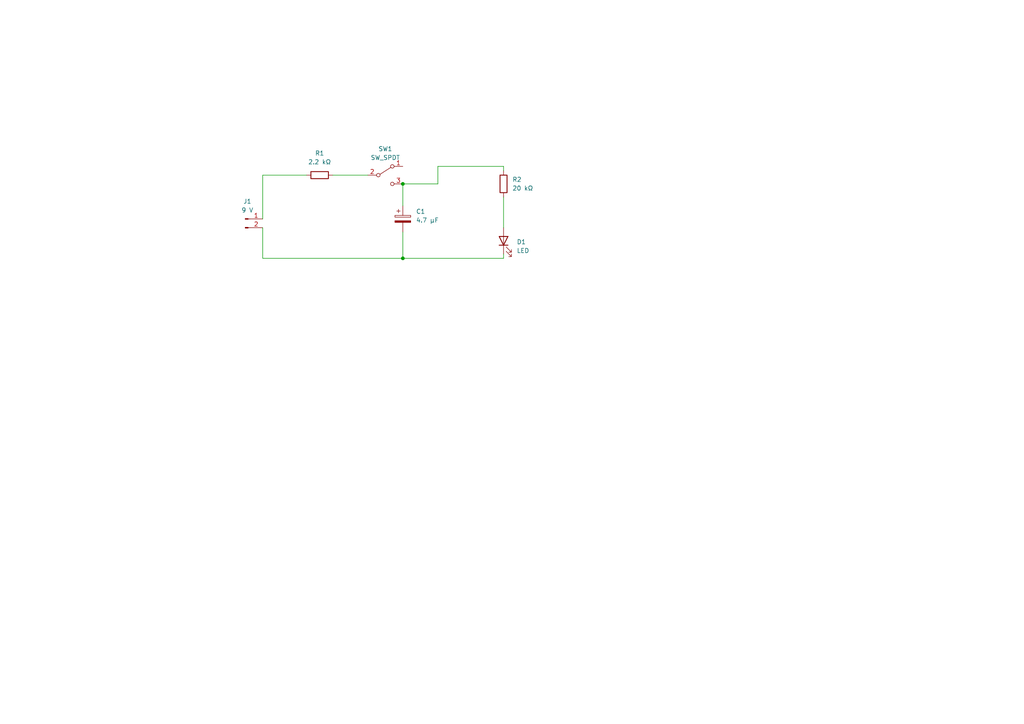
<source format=kicad_sch>
(kicad_sch (version 20211123) (generator eeschema)
  (paper "A4")
  (lib_symbols
    (symbol "Connector:Conn_01x02_Male" (pin_names (offset 1.016) hide)
      (property "Reference" "J" (at 0 2.54 0))
      (property "Value" "Conn_01x02_Male" (at 0 -5.08 0))
      (symbol "Conn_01x02_Male_1_1"
        (polyline (pts (xy 1.27 -2.54) (xy 0.8636 -2.54)) (stroke (width 0.1524)))
        (polyline (pts (xy 1.27 0) (xy 0.8636 0)) (stroke (width 0.1524)))
        (rectangle (start 0.8636 -2.413) (end 0 -2.667) (stroke (width 0.1524)) (fill (type outline)))
        (rectangle (start 0.8636 0.127) (end 0 -0.127) (stroke (width 0.1524)) (fill (type outline)))
        (pin passive line (at 5.08 0 180) (length 3.81) (name "Pin_1") (number "1"))
        (pin passive line (at 5.08 -2.54 180) (length 3.81) (name "Pin_2") (number "2"))
      )
    )
    (symbol "Device:C_Polarized" (pin_numbers hide) (pin_names (offset 0.254))
      (property "Reference" "C" (at 0.635 2.54 0))
      (property "Value" "C_Polarized" (at 0.635 -2.54 0))
      (symbol "C_Polarized_0_1"
        (rectangle (start -2.286 0.508) (end 2.286 1.016))
        (polyline (pts (xy -1.778 2.286) (xy -0.762 2.286)))
        (polyline (pts (xy -1.27 2.794) (xy -1.27 1.778)))
        (rectangle (start 2.286 -0.508) (end -2.286 -1.016) (fill (type outline)))
      )
      (symbol "C_Polarized_1_1"
        (pin passive line (at 0 3.81 270) (length 2.794) (name "~") (number "1"))
        (pin passive line (at 0 -3.81 90) (length 2.794) (name "~") (number "2"))
      )
    )
    (symbol "Device:LED" (pin_numbers hide) (pin_names (offset 1.016) hide)
      (property "Reference" "D" (at 0 2.54 0))
      (property "Value" "LED" (at 0 -2.54 0))
      (symbol "LED_0_1"
        (polyline (pts (xy -1.27 -1.27) (xy -1.27 1.27)) (stroke (width 0.254)))
        (polyline (pts (xy -1.27 0) (xy 1.27 0)))
        (polyline (pts (xy 1.27 -1.27) (xy 1.27 1.27) (xy -1.27 0) (xy 1.27 -1.27)) (stroke (width 0.254)))
        (polyline (pts (xy -3.048 -0.762) (xy -4.572 -2.286) (xy -3.81 -2.286) (xy -4.572 -2.286) (xy -4.572 -1.524)))
        (polyline (pts (xy -1.778 -0.762) (xy -3.302 -2.286) (xy -2.54 -2.286) (xy -3.302 -2.286) (xy -3.302 -1.524)))
      )
      (symbol "LED_1_1"
        (pin passive line (at -3.81 0 0) (length 2.54) (name "K") (number "1"))
        (pin passive line (at 3.81 0 180) (length 2.54) (name "A") (number "2"))
      )
    )
    (symbol "Device:R" (pin_numbers hide) (pin_names (offset 0))
      (property "Reference" "R" (at 2.032 0 90))
      (property "Value" "R" (at 0 0 90))
      (symbol "R_0_1"
        (rectangle (start -1.016 -2.54) (end 1.016 2.54) (stroke (width 0.254)))
      )
      (symbol "R_1_1"
        (pin passive line (at 0 3.81 270) (length 1.27) (name "~") (number "1"))
        (pin passive line (at 0 -3.81 90) (length 1.27) (name "~") (number "2"))
      )
    )
    (symbol "Switch:SW_SPDT" (pin_names (offset 0) hide)
      (property "Reference" "SW" (at 0 4.318 0))
      (property "Value" "SW_SPDT" (at 0 -5.08 0))
      (symbol "SW_SPDT_0_0"
        (circle (center -2.032 0) (radius 0.508))
        (circle (center 2.032 -2.54) (radius 0.508))
      )
      (symbol "SW_SPDT_0_1"
        (polyline (pts (xy -1.524 0.254) (xy 1.651 2.286)))
        (circle (center 2.032 2.54) (radius 0.508))
      )
      (symbol "SW_SPDT_1_1"
        (pin passive line (at 5.08 2.54 180) (length 2.54) (name "A") (number "1"))
        (pin passive line (at -5.08 0 0) (length 2.54) (name "B") (number "2"))
        (pin passive line (at 5.08 -2.54 180) (length 2.54) (name "C") (number "3"))
      )
    )
  )
  (junction (at 116.84 53.34))
  (junction (at 116.84 74.93))
  (wire (pts (xy 76.2 50.8) (xy 88.9 50.8)))
  (wire (pts (xy 146.05 49.53) (xy 146.05 48.26)))
  (wire (pts (xy 116.84 74.93) (xy 146.05 74.93)))
  (wire (pts (xy 96.52 50.8) (xy 106.68 50.8)))
  (wire (pts (xy 127 53.34) (xy 116.84 53.34)))
  (wire (pts (xy 76.2 63.5) (xy 76.2 50.8)))
  (wire (pts (xy 146.05 57.15) (xy 146.05 66.04)))
  (wire (pts (xy 116.84 67.31) (xy 116.84 74.93)))
  (wire (pts (xy 116.84 74.93) (xy 76.2 74.93)))
  (wire (pts (xy 146.05 48.26) (xy 127 48.26)))
  (wire (pts (xy 146.05 73.66) (xy 146.05 74.93)))
  (wire (pts (xy 127 48.26) (xy 127 53.34)))
  (wire (pts (xy 116.84 53.34) (xy 116.84 59.69)))
  (wire (pts (xy 76.2 74.93) (xy 76.2 66.04)))
  (symbol (lib_id "Device:R") (at 92.71 50.8 90) (unit 1)
    (property "Reference" "R1" (at 92.71 44.45 90))
    (property "Value" "2.2 kΩ" (at 92.71 46.99 90))
  )
  (symbol (lib_id "Switch:SW_SPDT") (at 111.76 50.8 0) (unit 1)
    (property "Reference" "SW1" (at 111.76 43.18 0))
    (property "Value" "SW_SPDT" (at 111.76 45.72 0))
  )
  (symbol (lib_id "Device:LED") (at 146.05 69.85 90) (unit 1)
    (property "Reference" "D1" (at 149.86 70.1674 90) (effects (justify right)))
    (property "Value" "LED" (at 149.86 72.7074 90) (effects (justify right)))
  )
  (symbol (lib_id "Device:R") (at 146.05 53.34 0) (unit 1)
    (property "Reference" "R2" (at 148.59 52.0699 0) (effects (justify left)))
    (property "Value" "20 kΩ" (at 148.59 54.6099 0) (effects (justify left)))
  )
  (symbol (lib_id "Connector:Conn_01x02_Male") (at 71.12 63.5 0) (unit 1)
    (property "Reference" "J1" (at 71.755 58.42 0))
    (property "Value" "9 V" (at 71.755 60.96 0))
  )
  (symbol (lib_id "Device:C_Polarized") (at 116.84 63.5 0) (unit 1)
    (property "Reference" "C1" (at 120.65 61.3409 0) (effects (justify left)))
    (property "Value" "4.7 µF" (at 120.65 63.8809 0) (effects (justify left)))
  )
)
</source>
